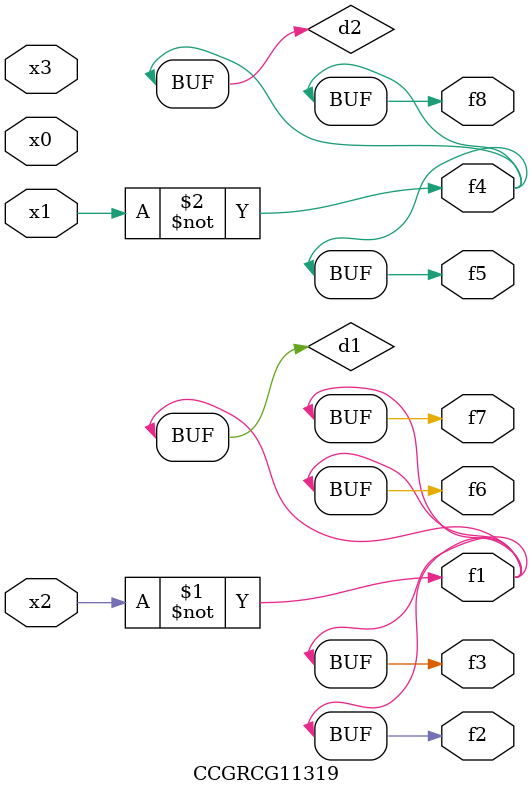
<source format=v>
module CCGRCG11319(
	input x0, x1, x2, x3,
	output f1, f2, f3, f4, f5, f6, f7, f8
);

	wire d1, d2;

	xnor (d1, x2);
	not (d2, x1);
	assign f1 = d1;
	assign f2 = d1;
	assign f3 = d1;
	assign f4 = d2;
	assign f5 = d2;
	assign f6 = d1;
	assign f7 = d1;
	assign f8 = d2;
endmodule

</source>
